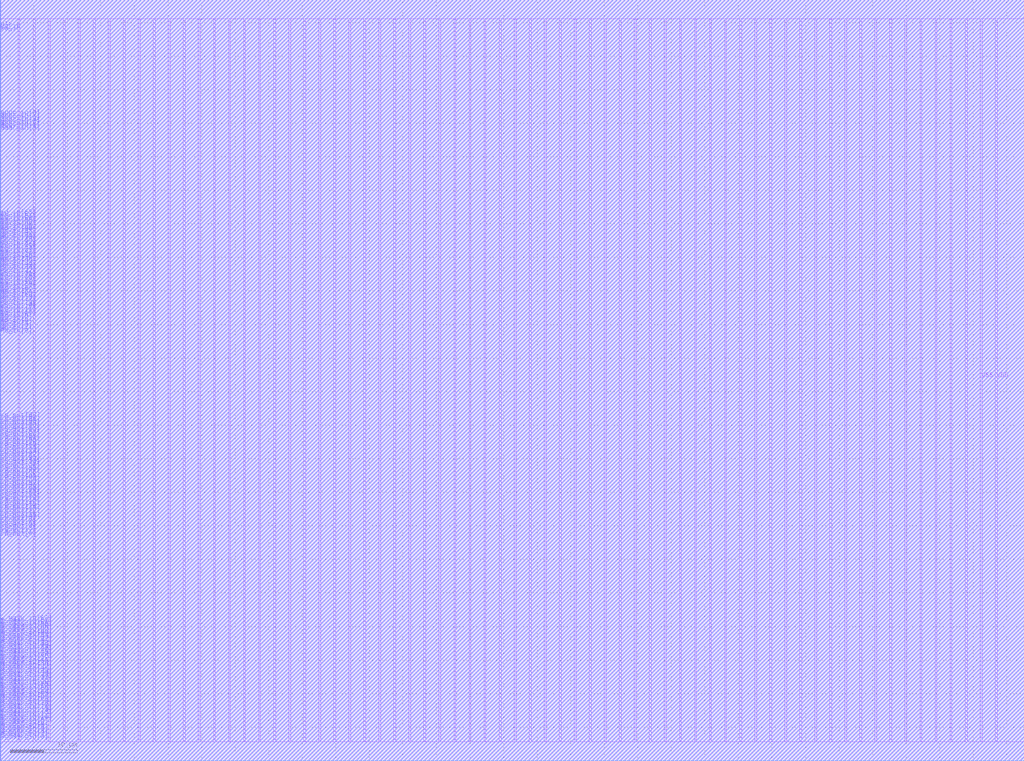
<source format=lef>
VERSION 5.7 ;
BUSBITCHARS "[]" ;
MACRO fakeram45_512x64_upper
  FOREIGN fakeram45_512x64_upper 0 0 ;
  SYMMETRY X Y R90 ;
  SIZE 152.570 BY 113.400 ;
  CLASS BLOCK ;
  PIN w_mask_in[0]
    DIRECTION INPUT ;
    USE SIGNAL ;
    SHAPE ABUTMENT ;
    PORT
      LAYER M18 ;
      RECT 0.000 2.800 0.070 2.870 ;
    END
  END w_mask_in[0]
  PIN w_mask_in[1]
    DIRECTION INPUT ;
    USE SIGNAL ;
    SHAPE ABUTMENT ;
    PORT
      LAYER M18 ;
      RECT 0.000 3.080 0.070 3.150 ;
    END
  END w_mask_in[1]
  PIN w_mask_in[2]
    DIRECTION INPUT ;
    USE SIGNAL ;
    SHAPE ABUTMENT ;
    PORT
      LAYER M18 ;
      RECT 0.000 3.360 0.070 3.430 ;
    END
  END w_mask_in[2]
  PIN w_mask_in[3]
    DIRECTION INPUT ;
    USE SIGNAL ;
    SHAPE ABUTMENT ;
    PORT
      LAYER M18 ;
      RECT 0.000 3.640 0.070 3.710 ;
    END
  END w_mask_in[3]
  PIN w_mask_in[4]
    DIRECTION INPUT ;
    USE SIGNAL ;
    SHAPE ABUTMENT ;
    PORT
      LAYER M18 ;
      RECT 0.000 3.920 0.070 3.990 ;
    END
  END w_mask_in[4]
  PIN w_mask_in[5]
    DIRECTION INPUT ;
    USE SIGNAL ;
    SHAPE ABUTMENT ;
    PORT
      LAYER M18 ;
      RECT 0.000 4.200 0.070 4.270 ;
    END
  END w_mask_in[5]
  PIN w_mask_in[6]
    DIRECTION INPUT ;
    USE SIGNAL ;
    SHAPE ABUTMENT ;
    PORT
      LAYER M18 ;
      RECT 0.000 4.480 0.070 4.550 ;
    END
  END w_mask_in[6]
  PIN w_mask_in[7]
    DIRECTION INPUT ;
    USE SIGNAL ;
    SHAPE ABUTMENT ;
    PORT
      LAYER M18 ;
      RECT 0.000 4.760 0.070 4.830 ;
    END
  END w_mask_in[7]
  PIN w_mask_in[8]
    DIRECTION INPUT ;
    USE SIGNAL ;
    SHAPE ABUTMENT ;
    PORT
      LAYER M18 ;
      RECT 0.000 5.040 0.070 5.110 ;
    END
  END w_mask_in[8]
  PIN w_mask_in[9]
    DIRECTION INPUT ;
    USE SIGNAL ;
    SHAPE ABUTMENT ;
    PORT
      LAYER M18 ;
      RECT 0.000 5.320 0.070 5.390 ;
    END
  END w_mask_in[9]
  PIN w_mask_in[10]
    DIRECTION INPUT ;
    USE SIGNAL ;
    SHAPE ABUTMENT ;
    PORT
      LAYER M18 ;
      RECT 0.000 5.600 0.070 5.670 ;
    END
  END w_mask_in[10]
  PIN w_mask_in[11]
    DIRECTION INPUT ;
    USE SIGNAL ;
    SHAPE ABUTMENT ;
    PORT
      LAYER M18 ;
      RECT 0.000 5.880 0.070 5.950 ;
    END
  END w_mask_in[11]
  PIN w_mask_in[12]
    DIRECTION INPUT ;
    USE SIGNAL ;
    SHAPE ABUTMENT ;
    PORT
      LAYER M18 ;
      RECT 0.000 6.160 0.070 6.230 ;
    END
  END w_mask_in[12]
  PIN w_mask_in[13]
    DIRECTION INPUT ;
    USE SIGNAL ;
    SHAPE ABUTMENT ;
    PORT
      LAYER M18 ;
      RECT 0.000 6.440 0.070 6.510 ;
    END
  END w_mask_in[13]
  PIN w_mask_in[14]
    DIRECTION INPUT ;
    USE SIGNAL ;
    SHAPE ABUTMENT ;
    PORT
      LAYER M18 ;
      RECT 0.000 6.720 0.070 6.790 ;
    END
  END w_mask_in[14]
  PIN w_mask_in[15]
    DIRECTION INPUT ;
    USE SIGNAL ;
    SHAPE ABUTMENT ;
    PORT
      LAYER M18 ;
      RECT 0.000 7.000 0.070 7.070 ;
    END
  END w_mask_in[15]
  PIN w_mask_in[16]
    DIRECTION INPUT ;
    USE SIGNAL ;
    SHAPE ABUTMENT ;
    PORT
      LAYER M18 ;
      RECT 0.000 7.280 0.070 7.350 ;
    END
  END w_mask_in[16]
  PIN w_mask_in[17]
    DIRECTION INPUT ;
    USE SIGNAL ;
    SHAPE ABUTMENT ;
    PORT
      LAYER M18 ;
      RECT 0.000 7.560 0.070 7.630 ;
    END
  END w_mask_in[17]
  PIN w_mask_in[18]
    DIRECTION INPUT ;
    USE SIGNAL ;
    SHAPE ABUTMENT ;
    PORT
      LAYER M18 ;
      RECT 0.000 7.840 0.070 7.910 ;
    END
  END w_mask_in[18]
  PIN w_mask_in[19]
    DIRECTION INPUT ;
    USE SIGNAL ;
    SHAPE ABUTMENT ;
    PORT
      LAYER M18 ;
      RECT 0.000 8.120 0.070 8.190 ;
    END
  END w_mask_in[19]
  PIN w_mask_in[20]
    DIRECTION INPUT ;
    USE SIGNAL ;
    SHAPE ABUTMENT ;
    PORT
      LAYER M18 ;
      RECT 0.000 8.400 0.070 8.470 ;
    END
  END w_mask_in[20]
  PIN w_mask_in[21]
    DIRECTION INPUT ;
    USE SIGNAL ;
    SHAPE ABUTMENT ;
    PORT
      LAYER M18 ;
      RECT 0.000 8.680 0.070 8.750 ;
    END
  END w_mask_in[21]
  PIN w_mask_in[22]
    DIRECTION INPUT ;
    USE SIGNAL ;
    SHAPE ABUTMENT ;
    PORT
      LAYER M18 ;
      RECT 0.000 8.960 0.070 9.030 ;
    END
  END w_mask_in[22]
  PIN w_mask_in[23]
    DIRECTION INPUT ;
    USE SIGNAL ;
    SHAPE ABUTMENT ;
    PORT
      LAYER M18 ;
      RECT 0.000 9.240 0.070 9.310 ;
    END
  END w_mask_in[23]
  PIN w_mask_in[24]
    DIRECTION INPUT ;
    USE SIGNAL ;
    SHAPE ABUTMENT ;
    PORT
      LAYER M18 ;
      RECT 0.000 9.520 0.070 9.590 ;
    END
  END w_mask_in[24]
  PIN w_mask_in[25]
    DIRECTION INPUT ;
    USE SIGNAL ;
    SHAPE ABUTMENT ;
    PORT
      LAYER M18 ;
      RECT 0.000 9.800 0.070 9.870 ;
    END
  END w_mask_in[25]
  PIN w_mask_in[26]
    DIRECTION INPUT ;
    USE SIGNAL ;
    SHAPE ABUTMENT ;
    PORT
      LAYER M18 ;
      RECT 0.000 10.080 0.070 10.150 ;
    END
  END w_mask_in[26]
  PIN w_mask_in[27]
    DIRECTION INPUT ;
    USE SIGNAL ;
    SHAPE ABUTMENT ;
    PORT
      LAYER M18 ;
      RECT 0.000 10.360 0.070 10.430 ;
    END
  END w_mask_in[27]
  PIN w_mask_in[28]
    DIRECTION INPUT ;
    USE SIGNAL ;
    SHAPE ABUTMENT ;
    PORT
      LAYER M18 ;
      RECT 0.000 10.640 0.070 10.710 ;
    END
  END w_mask_in[28]
  PIN w_mask_in[29]
    DIRECTION INPUT ;
    USE SIGNAL ;
    SHAPE ABUTMENT ;
    PORT
      LAYER M18 ;
      RECT 0.000 10.920 0.070 10.990 ;
    END
  END w_mask_in[29]
  PIN w_mask_in[30]
    DIRECTION INPUT ;
    USE SIGNAL ;
    SHAPE ABUTMENT ;
    PORT
      LAYER M18 ;
      RECT 0.000 11.200 0.070 11.270 ;
    END
  END w_mask_in[30]
  PIN w_mask_in[31]
    DIRECTION INPUT ;
    USE SIGNAL ;
    SHAPE ABUTMENT ;
    PORT
      LAYER M18 ;
      RECT 0.000 11.480 0.070 11.550 ;
    END
  END w_mask_in[31]
  PIN w_mask_in[32]
    DIRECTION INPUT ;
    USE SIGNAL ;
    SHAPE ABUTMENT ;
    PORT
      LAYER M18 ;
      RECT 0.000 11.760 0.070 11.830 ;
    END
  END w_mask_in[32]
  PIN w_mask_in[33]
    DIRECTION INPUT ;
    USE SIGNAL ;
    SHAPE ABUTMENT ;
    PORT
      LAYER M18 ;
      RECT 0.000 12.040 0.070 12.110 ;
    END
  END w_mask_in[33]
  PIN w_mask_in[34]
    DIRECTION INPUT ;
    USE SIGNAL ;
    SHAPE ABUTMENT ;
    PORT
      LAYER M18 ;
      RECT 0.000 12.320 0.070 12.390 ;
    END
  END w_mask_in[34]
  PIN w_mask_in[35]
    DIRECTION INPUT ;
    USE SIGNAL ;
    SHAPE ABUTMENT ;
    PORT
      LAYER M18 ;
      RECT 0.000 12.600 0.070 12.670 ;
    END
  END w_mask_in[35]
  PIN w_mask_in[36]
    DIRECTION INPUT ;
    USE SIGNAL ;
    SHAPE ABUTMENT ;
    PORT
      LAYER M18 ;
      RECT 0.000 12.880 0.070 12.950 ;
    END
  END w_mask_in[36]
  PIN w_mask_in[37]
    DIRECTION INPUT ;
    USE SIGNAL ;
    SHAPE ABUTMENT ;
    PORT
      LAYER M18 ;
      RECT 0.000 13.160 0.070 13.230 ;
    END
  END w_mask_in[37]
  PIN w_mask_in[38]
    DIRECTION INPUT ;
    USE SIGNAL ;
    SHAPE ABUTMENT ;
    PORT
      LAYER M18 ;
      RECT 0.000 13.440 0.070 13.510 ;
    END
  END w_mask_in[38]
  PIN w_mask_in[39]
    DIRECTION INPUT ;
    USE SIGNAL ;
    SHAPE ABUTMENT ;
    PORT
      LAYER M18 ;
      RECT 0.000 13.720 0.070 13.790 ;
    END
  END w_mask_in[39]
  PIN w_mask_in[40]
    DIRECTION INPUT ;
    USE SIGNAL ;
    SHAPE ABUTMENT ;
    PORT
      LAYER M18 ;
      RECT 0.000 14.000 0.070 14.070 ;
    END
  END w_mask_in[40]
  PIN w_mask_in[41]
    DIRECTION INPUT ;
    USE SIGNAL ;
    SHAPE ABUTMENT ;
    PORT
      LAYER M18 ;
      RECT 0.000 14.280 0.070 14.350 ;
    END
  END w_mask_in[41]
  PIN w_mask_in[42]
    DIRECTION INPUT ;
    USE SIGNAL ;
    SHAPE ABUTMENT ;
    PORT
      LAYER M18 ;
      RECT 0.000 14.560 0.070 14.630 ;
    END
  END w_mask_in[42]
  PIN w_mask_in[43]
    DIRECTION INPUT ;
    USE SIGNAL ;
    SHAPE ABUTMENT ;
    PORT
      LAYER M18 ;
      RECT 0.000 14.840 0.070 14.910 ;
    END
  END w_mask_in[43]
  PIN w_mask_in[44]
    DIRECTION INPUT ;
    USE SIGNAL ;
    SHAPE ABUTMENT ;
    PORT
      LAYER M18 ;
      RECT 0.000 15.120 0.070 15.190 ;
    END
  END w_mask_in[44]
  PIN w_mask_in[45]
    DIRECTION INPUT ;
    USE SIGNAL ;
    SHAPE ABUTMENT ;
    PORT
      LAYER M18 ;
      RECT 0.000 15.400 0.070 15.470 ;
    END
  END w_mask_in[45]
  PIN w_mask_in[46]
    DIRECTION INPUT ;
    USE SIGNAL ;
    SHAPE ABUTMENT ;
    PORT
      LAYER M18 ;
      RECT 0.000 15.680 0.070 15.750 ;
    END
  END w_mask_in[46]
  PIN w_mask_in[47]
    DIRECTION INPUT ;
    USE SIGNAL ;
    SHAPE ABUTMENT ;
    PORT
      LAYER M18 ;
      RECT 0.000 15.960 0.070 16.030 ;
    END
  END w_mask_in[47]
  PIN w_mask_in[48]
    DIRECTION INPUT ;
    USE SIGNAL ;
    SHAPE ABUTMENT ;
    PORT
      LAYER M18 ;
      RECT 0.000 16.240 0.070 16.310 ;
    END
  END w_mask_in[48]
  PIN w_mask_in[49]
    DIRECTION INPUT ;
    USE SIGNAL ;
    SHAPE ABUTMENT ;
    PORT
      LAYER M18 ;
      RECT 0.000 16.520 0.070 16.590 ;
    END
  END w_mask_in[49]
  PIN w_mask_in[50]
    DIRECTION INPUT ;
    USE SIGNAL ;
    SHAPE ABUTMENT ;
    PORT
      LAYER M18 ;
      RECT 0.000 16.800 0.070 16.870 ;
    END
  END w_mask_in[50]
  PIN w_mask_in[51]
    DIRECTION INPUT ;
    USE SIGNAL ;
    SHAPE ABUTMENT ;
    PORT
      LAYER M18 ;
      RECT 0.000 17.080 0.070 17.150 ;
    END
  END w_mask_in[51]
  PIN w_mask_in[52]
    DIRECTION INPUT ;
    USE SIGNAL ;
    SHAPE ABUTMENT ;
    PORT
      LAYER M18 ;
      RECT 0.000 17.360 0.070 17.430 ;
    END
  END w_mask_in[52]
  PIN w_mask_in[53]
    DIRECTION INPUT ;
    USE SIGNAL ;
    SHAPE ABUTMENT ;
    PORT
      LAYER M18 ;
      RECT 0.000 17.640 0.070 17.710 ;
    END
  END w_mask_in[53]
  PIN w_mask_in[54]
    DIRECTION INPUT ;
    USE SIGNAL ;
    SHAPE ABUTMENT ;
    PORT
      LAYER M18 ;
      RECT 0.000 17.920 0.070 17.990 ;
    END
  END w_mask_in[54]
  PIN w_mask_in[55]
    DIRECTION INPUT ;
    USE SIGNAL ;
    SHAPE ABUTMENT ;
    PORT
      LAYER M18 ;
      RECT 0.000 18.200 0.070 18.270 ;
    END
  END w_mask_in[55]
  PIN w_mask_in[56]
    DIRECTION INPUT ;
    USE SIGNAL ;
    SHAPE ABUTMENT ;
    PORT
      LAYER M18 ;
      RECT 0.000 18.480 0.070 18.550 ;
    END
  END w_mask_in[56]
  PIN w_mask_in[57]
    DIRECTION INPUT ;
    USE SIGNAL ;
    SHAPE ABUTMENT ;
    PORT
      LAYER M18 ;
      RECT 0.000 18.760 0.070 18.830 ;
    END
  END w_mask_in[57]
  PIN w_mask_in[58]
    DIRECTION INPUT ;
    USE SIGNAL ;
    SHAPE ABUTMENT ;
    PORT
      LAYER M18 ;
      RECT 0.000 19.040 0.070 19.110 ;
    END
  END w_mask_in[58]
  PIN w_mask_in[59]
    DIRECTION INPUT ;
    USE SIGNAL ;
    SHAPE ABUTMENT ;
    PORT
      LAYER M18 ;
      RECT 0.000 19.320 0.070 19.390 ;
    END
  END w_mask_in[59]
  PIN w_mask_in[60]
    DIRECTION INPUT ;
    USE SIGNAL ;
    SHAPE ABUTMENT ;
    PORT
      LAYER M18 ;
      RECT 0.000 19.600 0.070 19.670 ;
    END
  END w_mask_in[60]
  PIN w_mask_in[61]
    DIRECTION INPUT ;
    USE SIGNAL ;
    SHAPE ABUTMENT ;
    PORT
      LAYER M18 ;
      RECT 0.000 19.880 0.070 19.950 ;
    END
  END w_mask_in[61]
  PIN w_mask_in[62]
    DIRECTION INPUT ;
    USE SIGNAL ;
    SHAPE ABUTMENT ;
    PORT
      LAYER M18 ;
      RECT 0.000 20.160 0.070 20.230 ;
    END
  END w_mask_in[62]
  PIN w_mask_in[63]
    DIRECTION INPUT ;
    USE SIGNAL ;
    SHAPE ABUTMENT ;
    PORT
      LAYER M18 ;
      RECT 0.000 20.440 0.070 20.510 ;
    END
  END w_mask_in[63]
  PIN rd_out[0]
    DIRECTION OUTPUT ;
    USE SIGNAL ;
    SHAPE ABUTMENT ;
    PORT
      LAYER M18 ;
      RECT 0.000 33.040 0.070 33.110 ;
    END
  END rd_out[0]
  PIN rd_out[1]
    DIRECTION OUTPUT ;
    USE SIGNAL ;
    SHAPE ABUTMENT ;
    PORT
      LAYER M18 ;
      RECT 0.000 33.320 0.070 33.390 ;
    END
  END rd_out[1]
  PIN rd_out[2]
    DIRECTION OUTPUT ;
    USE SIGNAL ;
    SHAPE ABUTMENT ;
    PORT
      LAYER M18 ;
      RECT 0.000 33.600 0.070 33.670 ;
    END
  END rd_out[2]
  PIN rd_out[3]
    DIRECTION OUTPUT ;
    USE SIGNAL ;
    SHAPE ABUTMENT ;
    PORT
      LAYER M18 ;
      RECT 0.000 33.880 0.070 33.950 ;
    END
  END rd_out[3]
  PIN rd_out[4]
    DIRECTION OUTPUT ;
    USE SIGNAL ;
    SHAPE ABUTMENT ;
    PORT
      LAYER M18 ;
      RECT 0.000 34.160 0.070 34.230 ;
    END
  END rd_out[4]
  PIN rd_out[5]
    DIRECTION OUTPUT ;
    USE SIGNAL ;
    SHAPE ABUTMENT ;
    PORT
      LAYER M18 ;
      RECT 0.000 34.440 0.070 34.510 ;
    END
  END rd_out[5]
  PIN rd_out[6]
    DIRECTION OUTPUT ;
    USE SIGNAL ;
    SHAPE ABUTMENT ;
    PORT
      LAYER M18 ;
      RECT 0.000 34.720 0.070 34.790 ;
    END
  END rd_out[6]
  PIN rd_out[7]
    DIRECTION OUTPUT ;
    USE SIGNAL ;
    SHAPE ABUTMENT ;
    PORT
      LAYER M18 ;
      RECT 0.000 35.000 0.070 35.070 ;
    END
  END rd_out[7]
  PIN rd_out[8]
    DIRECTION OUTPUT ;
    USE SIGNAL ;
    SHAPE ABUTMENT ;
    PORT
      LAYER M18 ;
      RECT 0.000 35.280 0.070 35.350 ;
    END
  END rd_out[8]
  PIN rd_out[9]
    DIRECTION OUTPUT ;
    USE SIGNAL ;
    SHAPE ABUTMENT ;
    PORT
      LAYER M18 ;
      RECT 0.000 35.560 0.070 35.630 ;
    END
  END rd_out[9]
  PIN rd_out[10]
    DIRECTION OUTPUT ;
    USE SIGNAL ;
    SHAPE ABUTMENT ;
    PORT
      LAYER M18 ;
      RECT 0.000 35.840 0.070 35.910 ;
    END
  END rd_out[10]
  PIN rd_out[11]
    DIRECTION OUTPUT ;
    USE SIGNAL ;
    SHAPE ABUTMENT ;
    PORT
      LAYER M18 ;
      RECT 0.000 36.120 0.070 36.190 ;
    END
  END rd_out[11]
  PIN rd_out[12]
    DIRECTION OUTPUT ;
    USE SIGNAL ;
    SHAPE ABUTMENT ;
    PORT
      LAYER M18 ;
      RECT 0.000 36.400 0.070 36.470 ;
    END
  END rd_out[12]
  PIN rd_out[13]
    DIRECTION OUTPUT ;
    USE SIGNAL ;
    SHAPE ABUTMENT ;
    PORT
      LAYER M18 ;
      RECT 0.000 36.680 0.070 36.750 ;
    END
  END rd_out[13]
  PIN rd_out[14]
    DIRECTION OUTPUT ;
    USE SIGNAL ;
    SHAPE ABUTMENT ;
    PORT
      LAYER M18 ;
      RECT 0.000 36.960 0.070 37.030 ;
    END
  END rd_out[14]
  PIN rd_out[15]
    DIRECTION OUTPUT ;
    USE SIGNAL ;
    SHAPE ABUTMENT ;
    PORT
      LAYER M18 ;
      RECT 0.000 37.240 0.070 37.310 ;
    END
  END rd_out[15]
  PIN rd_out[16]
    DIRECTION OUTPUT ;
    USE SIGNAL ;
    SHAPE ABUTMENT ;
    PORT
      LAYER M18 ;
      RECT 0.000 37.520 0.070 37.590 ;
    END
  END rd_out[16]
  PIN rd_out[17]
    DIRECTION OUTPUT ;
    USE SIGNAL ;
    SHAPE ABUTMENT ;
    PORT
      LAYER M18 ;
      RECT 0.000 37.800 0.070 37.870 ;
    END
  END rd_out[17]
  PIN rd_out[18]
    DIRECTION OUTPUT ;
    USE SIGNAL ;
    SHAPE ABUTMENT ;
    PORT
      LAYER M18 ;
      RECT 0.000 38.080 0.070 38.150 ;
    END
  END rd_out[18]
  PIN rd_out[19]
    DIRECTION OUTPUT ;
    USE SIGNAL ;
    SHAPE ABUTMENT ;
    PORT
      LAYER M18 ;
      RECT 0.000 38.360 0.070 38.430 ;
    END
  END rd_out[19]
  PIN rd_out[20]
    DIRECTION OUTPUT ;
    USE SIGNAL ;
    SHAPE ABUTMENT ;
    PORT
      LAYER M18 ;
      RECT 0.000 38.640 0.070 38.710 ;
    END
  END rd_out[20]
  PIN rd_out[21]
    DIRECTION OUTPUT ;
    USE SIGNAL ;
    SHAPE ABUTMENT ;
    PORT
      LAYER M18 ;
      RECT 0.000 38.920 0.070 38.990 ;
    END
  END rd_out[21]
  PIN rd_out[22]
    DIRECTION OUTPUT ;
    USE SIGNAL ;
    SHAPE ABUTMENT ;
    PORT
      LAYER M18 ;
      RECT 0.000 39.200 0.070 39.270 ;
    END
  END rd_out[22]
  PIN rd_out[23]
    DIRECTION OUTPUT ;
    USE SIGNAL ;
    SHAPE ABUTMENT ;
    PORT
      LAYER M18 ;
      RECT 0.000 39.480 0.070 39.550 ;
    END
  END rd_out[23]
  PIN rd_out[24]
    DIRECTION OUTPUT ;
    USE SIGNAL ;
    SHAPE ABUTMENT ;
    PORT
      LAYER M18 ;
      RECT 0.000 39.760 0.070 39.830 ;
    END
  END rd_out[24]
  PIN rd_out[25]
    DIRECTION OUTPUT ;
    USE SIGNAL ;
    SHAPE ABUTMENT ;
    PORT
      LAYER M18 ;
      RECT 0.000 40.040 0.070 40.110 ;
    END
  END rd_out[25]
  PIN rd_out[26]
    DIRECTION OUTPUT ;
    USE SIGNAL ;
    SHAPE ABUTMENT ;
    PORT
      LAYER M18 ;
      RECT 0.000 40.320 0.070 40.390 ;
    END
  END rd_out[26]
  PIN rd_out[27]
    DIRECTION OUTPUT ;
    USE SIGNAL ;
    SHAPE ABUTMENT ;
    PORT
      LAYER M18 ;
      RECT 0.000 40.600 0.070 40.670 ;
    END
  END rd_out[27]
  PIN rd_out[28]
    DIRECTION OUTPUT ;
    USE SIGNAL ;
    SHAPE ABUTMENT ;
    PORT
      LAYER M18 ;
      RECT 0.000 40.880 0.070 40.950 ;
    END
  END rd_out[28]
  PIN rd_out[29]
    DIRECTION OUTPUT ;
    USE SIGNAL ;
    SHAPE ABUTMENT ;
    PORT
      LAYER M18 ;
      RECT 0.000 41.160 0.070 41.230 ;
    END
  END rd_out[29]
  PIN rd_out[30]
    DIRECTION OUTPUT ;
    USE SIGNAL ;
    SHAPE ABUTMENT ;
    PORT
      LAYER M18 ;
      RECT 0.000 41.440 0.070 41.510 ;
    END
  END rd_out[30]
  PIN rd_out[31]
    DIRECTION OUTPUT ;
    USE SIGNAL ;
    SHAPE ABUTMENT ;
    PORT
      LAYER M18 ;
      RECT 0.000 41.720 0.070 41.790 ;
    END
  END rd_out[31]
  PIN rd_out[32]
    DIRECTION OUTPUT ;
    USE SIGNAL ;
    SHAPE ABUTMENT ;
    PORT
      LAYER M18 ;
      RECT 0.000 42.000 0.070 42.070 ;
    END
  END rd_out[32]
  PIN rd_out[33]
    DIRECTION OUTPUT ;
    USE SIGNAL ;
    SHAPE ABUTMENT ;
    PORT
      LAYER M18 ;
      RECT 0.000 42.280 0.070 42.350 ;
    END
  END rd_out[33]
  PIN rd_out[34]
    DIRECTION OUTPUT ;
    USE SIGNAL ;
    SHAPE ABUTMENT ;
    PORT
      LAYER M18 ;
      RECT 0.000 42.560 0.070 42.630 ;
    END
  END rd_out[34]
  PIN rd_out[35]
    DIRECTION OUTPUT ;
    USE SIGNAL ;
    SHAPE ABUTMENT ;
    PORT
      LAYER M18 ;
      RECT 0.000 42.840 0.070 42.910 ;
    END
  END rd_out[35]
  PIN rd_out[36]
    DIRECTION OUTPUT ;
    USE SIGNAL ;
    SHAPE ABUTMENT ;
    PORT
      LAYER M18 ;
      RECT 0.000 43.120 0.070 43.190 ;
    END
  END rd_out[36]
  PIN rd_out[37]
    DIRECTION OUTPUT ;
    USE SIGNAL ;
    SHAPE ABUTMENT ;
    PORT
      LAYER M18 ;
      RECT 0.000 43.400 0.070 43.470 ;
    END
  END rd_out[37]
  PIN rd_out[38]
    DIRECTION OUTPUT ;
    USE SIGNAL ;
    SHAPE ABUTMENT ;
    PORT
      LAYER M18 ;
      RECT 0.000 43.680 0.070 43.750 ;
    END
  END rd_out[38]
  PIN rd_out[39]
    DIRECTION OUTPUT ;
    USE SIGNAL ;
    SHAPE ABUTMENT ;
    PORT
      LAYER M18 ;
      RECT 0.000 43.960 0.070 44.030 ;
    END
  END rd_out[39]
  PIN rd_out[40]
    DIRECTION OUTPUT ;
    USE SIGNAL ;
    SHAPE ABUTMENT ;
    PORT
      LAYER M18 ;
      RECT 0.000 44.240 0.070 44.310 ;
    END
  END rd_out[40]
  PIN rd_out[41]
    DIRECTION OUTPUT ;
    USE SIGNAL ;
    SHAPE ABUTMENT ;
    PORT
      LAYER M18 ;
      RECT 0.000 44.520 0.070 44.590 ;
    END
  END rd_out[41]
  PIN rd_out[42]
    DIRECTION OUTPUT ;
    USE SIGNAL ;
    SHAPE ABUTMENT ;
    PORT
      LAYER M18 ;
      RECT 0.000 44.800 0.070 44.870 ;
    END
  END rd_out[42]
  PIN rd_out[43]
    DIRECTION OUTPUT ;
    USE SIGNAL ;
    SHAPE ABUTMENT ;
    PORT
      LAYER M18 ;
      RECT 0.000 45.080 0.070 45.150 ;
    END
  END rd_out[43]
  PIN rd_out[44]
    DIRECTION OUTPUT ;
    USE SIGNAL ;
    SHAPE ABUTMENT ;
    PORT
      LAYER M18 ;
      RECT 0.000 45.360 0.070 45.430 ;
    END
  END rd_out[44]
  PIN rd_out[45]
    DIRECTION OUTPUT ;
    USE SIGNAL ;
    SHAPE ABUTMENT ;
    PORT
      LAYER M18 ;
      RECT 0.000 45.640 0.070 45.710 ;
    END
  END rd_out[45]
  PIN rd_out[46]
    DIRECTION OUTPUT ;
    USE SIGNAL ;
    SHAPE ABUTMENT ;
    PORT
      LAYER M18 ;
      RECT 0.000 45.920 0.070 45.990 ;
    END
  END rd_out[46]
  PIN rd_out[47]
    DIRECTION OUTPUT ;
    USE SIGNAL ;
    SHAPE ABUTMENT ;
    PORT
      LAYER M18 ;
      RECT 0.000 46.200 0.070 46.270 ;
    END
  END rd_out[47]
  PIN rd_out[48]
    DIRECTION OUTPUT ;
    USE SIGNAL ;
    SHAPE ABUTMENT ;
    PORT
      LAYER M18 ;
      RECT 0.000 46.480 0.070 46.550 ;
    END
  END rd_out[48]
  PIN rd_out[49]
    DIRECTION OUTPUT ;
    USE SIGNAL ;
    SHAPE ABUTMENT ;
    PORT
      LAYER M18 ;
      RECT 0.000 46.760 0.070 46.830 ;
    END
  END rd_out[49]
  PIN rd_out[50]
    DIRECTION OUTPUT ;
    USE SIGNAL ;
    SHAPE ABUTMENT ;
    PORT
      LAYER M18 ;
      RECT 0.000 47.040 0.070 47.110 ;
    END
  END rd_out[50]
  PIN rd_out[51]
    DIRECTION OUTPUT ;
    USE SIGNAL ;
    SHAPE ABUTMENT ;
    PORT
      LAYER M18 ;
      RECT 0.000 47.320 0.070 47.390 ;
    END
  END rd_out[51]
  PIN rd_out[52]
    DIRECTION OUTPUT ;
    USE SIGNAL ;
    SHAPE ABUTMENT ;
    PORT
      LAYER M18 ;
      RECT 0.000 47.600 0.070 47.670 ;
    END
  END rd_out[52]
  PIN rd_out[53]
    DIRECTION OUTPUT ;
    USE SIGNAL ;
    SHAPE ABUTMENT ;
    PORT
      LAYER M18 ;
      RECT 0.000 47.880 0.070 47.950 ;
    END
  END rd_out[53]
  PIN rd_out[54]
    DIRECTION OUTPUT ;
    USE SIGNAL ;
    SHAPE ABUTMENT ;
    PORT
      LAYER M18 ;
      RECT 0.000 48.160 0.070 48.230 ;
    END
  END rd_out[54]
  PIN rd_out[55]
    DIRECTION OUTPUT ;
    USE SIGNAL ;
    SHAPE ABUTMENT ;
    PORT
      LAYER M18 ;
      RECT 0.000 48.440 0.070 48.510 ;
    END
  END rd_out[55]
  PIN rd_out[56]
    DIRECTION OUTPUT ;
    USE SIGNAL ;
    SHAPE ABUTMENT ;
    PORT
      LAYER M18 ;
      RECT 0.000 48.720 0.070 48.790 ;
    END
  END rd_out[56]
  PIN rd_out[57]
    DIRECTION OUTPUT ;
    USE SIGNAL ;
    SHAPE ABUTMENT ;
    PORT
      LAYER M18 ;
      RECT 0.000 49.000 0.070 49.070 ;
    END
  END rd_out[57]
  PIN rd_out[58]
    DIRECTION OUTPUT ;
    USE SIGNAL ;
    SHAPE ABUTMENT ;
    PORT
      LAYER M18 ;
      RECT 0.000 49.280 0.070 49.350 ;
    END
  END rd_out[58]
  PIN rd_out[59]
    DIRECTION OUTPUT ;
    USE SIGNAL ;
    SHAPE ABUTMENT ;
    PORT
      LAYER M18 ;
      RECT 0.000 49.560 0.070 49.630 ;
    END
  END rd_out[59]
  PIN rd_out[60]
    DIRECTION OUTPUT ;
    USE SIGNAL ;
    SHAPE ABUTMENT ;
    PORT
      LAYER M18 ;
      RECT 0.000 49.840 0.070 49.910 ;
    END
  END rd_out[60]
  PIN rd_out[61]
    DIRECTION OUTPUT ;
    USE SIGNAL ;
    SHAPE ABUTMENT ;
    PORT
      LAYER M18 ;
      RECT 0.000 50.120 0.070 50.190 ;
    END
  END rd_out[61]
  PIN rd_out[62]
    DIRECTION OUTPUT ;
    USE SIGNAL ;
    SHAPE ABUTMENT ;
    PORT
      LAYER M18 ;
      RECT 0.000 50.400 0.070 50.470 ;
    END
  END rd_out[62]
  PIN rd_out[63]
    DIRECTION OUTPUT ;
    USE SIGNAL ;
    SHAPE ABUTMENT ;
    PORT
      LAYER M18 ;
      RECT 0.000 50.680 0.070 50.750 ;
    END
  END rd_out[63]
  PIN wd_in[0]
    DIRECTION INPUT ;
    USE SIGNAL ;
    SHAPE ABUTMENT ;
    PORT
      LAYER M18 ;
      RECT 0.000 63.280 0.070 63.350 ;
    END
  END wd_in[0]
  PIN wd_in[1]
    DIRECTION INPUT ;
    USE SIGNAL ;
    SHAPE ABUTMENT ;
    PORT
      LAYER M18 ;
      RECT 0.000 63.560 0.070 63.630 ;
    END
  END wd_in[1]
  PIN wd_in[2]
    DIRECTION INPUT ;
    USE SIGNAL ;
    SHAPE ABUTMENT ;
    PORT
      LAYER M18 ;
      RECT 0.000 63.840 0.070 63.910 ;
    END
  END wd_in[2]
  PIN wd_in[3]
    DIRECTION INPUT ;
    USE SIGNAL ;
    SHAPE ABUTMENT ;
    PORT
      LAYER M18 ;
      RECT 0.000 64.120 0.070 64.190 ;
    END
  END wd_in[3]
  PIN wd_in[4]
    DIRECTION INPUT ;
    USE SIGNAL ;
    SHAPE ABUTMENT ;
    PORT
      LAYER M18 ;
      RECT 0.000 64.400 0.070 64.470 ;
    END
  END wd_in[4]
  PIN wd_in[5]
    DIRECTION INPUT ;
    USE SIGNAL ;
    SHAPE ABUTMENT ;
    PORT
      LAYER M18 ;
      RECT 0.000 64.680 0.070 64.750 ;
    END
  END wd_in[5]
  PIN wd_in[6]
    DIRECTION INPUT ;
    USE SIGNAL ;
    SHAPE ABUTMENT ;
    PORT
      LAYER M18 ;
      RECT 0.000 64.960 0.070 65.030 ;
    END
  END wd_in[6]
  PIN wd_in[7]
    DIRECTION INPUT ;
    USE SIGNAL ;
    SHAPE ABUTMENT ;
    PORT
      LAYER M18 ;
      RECT 0.000 65.240 0.070 65.310 ;
    END
  END wd_in[7]
  PIN wd_in[8]
    DIRECTION INPUT ;
    USE SIGNAL ;
    SHAPE ABUTMENT ;
    PORT
      LAYER M18 ;
      RECT 0.000 65.520 0.070 65.590 ;
    END
  END wd_in[8]
  PIN wd_in[9]
    DIRECTION INPUT ;
    USE SIGNAL ;
    SHAPE ABUTMENT ;
    PORT
      LAYER M18 ;
      RECT 0.000 65.800 0.070 65.870 ;
    END
  END wd_in[9]
  PIN wd_in[10]
    DIRECTION INPUT ;
    USE SIGNAL ;
    SHAPE ABUTMENT ;
    PORT
      LAYER M18 ;
      RECT 0.000 66.080 0.070 66.150 ;
    END
  END wd_in[10]
  PIN wd_in[11]
    DIRECTION INPUT ;
    USE SIGNAL ;
    SHAPE ABUTMENT ;
    PORT
      LAYER M18 ;
      RECT 0.000 66.360 0.070 66.430 ;
    END
  END wd_in[11]
  PIN wd_in[12]
    DIRECTION INPUT ;
    USE SIGNAL ;
    SHAPE ABUTMENT ;
    PORT
      LAYER M18 ;
      RECT 0.000 66.640 0.070 66.710 ;
    END
  END wd_in[12]
  PIN wd_in[13]
    DIRECTION INPUT ;
    USE SIGNAL ;
    SHAPE ABUTMENT ;
    PORT
      LAYER M18 ;
      RECT 0.000 66.920 0.070 66.990 ;
    END
  END wd_in[13]
  PIN wd_in[14]
    DIRECTION INPUT ;
    USE SIGNAL ;
    SHAPE ABUTMENT ;
    PORT
      LAYER M18 ;
      RECT 0.000 67.200 0.070 67.270 ;
    END
  END wd_in[14]
  PIN wd_in[15]
    DIRECTION INPUT ;
    USE SIGNAL ;
    SHAPE ABUTMENT ;
    PORT
      LAYER M18 ;
      RECT 0.000 67.480 0.070 67.550 ;
    END
  END wd_in[15]
  PIN wd_in[16]
    DIRECTION INPUT ;
    USE SIGNAL ;
    SHAPE ABUTMENT ;
    PORT
      LAYER M18 ;
      RECT 0.000 67.760 0.070 67.830 ;
    END
  END wd_in[16]
  PIN wd_in[17]
    DIRECTION INPUT ;
    USE SIGNAL ;
    SHAPE ABUTMENT ;
    PORT
      LAYER M18 ;
      RECT 0.000 68.040 0.070 68.110 ;
    END
  END wd_in[17]
  PIN wd_in[18]
    DIRECTION INPUT ;
    USE SIGNAL ;
    SHAPE ABUTMENT ;
    PORT
      LAYER M18 ;
      RECT 0.000 68.320 0.070 68.390 ;
    END
  END wd_in[18]
  PIN wd_in[19]
    DIRECTION INPUT ;
    USE SIGNAL ;
    SHAPE ABUTMENT ;
    PORT
      LAYER M18 ;
      RECT 0.000 68.600 0.070 68.670 ;
    END
  END wd_in[19]
  PIN wd_in[20]
    DIRECTION INPUT ;
    USE SIGNAL ;
    SHAPE ABUTMENT ;
    PORT
      LAYER M18 ;
      RECT 0.000 68.880 0.070 68.950 ;
    END
  END wd_in[20]
  PIN wd_in[21]
    DIRECTION INPUT ;
    USE SIGNAL ;
    SHAPE ABUTMENT ;
    PORT
      LAYER M18 ;
      RECT 0.000 69.160 0.070 69.230 ;
    END
  END wd_in[21]
  PIN wd_in[22]
    DIRECTION INPUT ;
    USE SIGNAL ;
    SHAPE ABUTMENT ;
    PORT
      LAYER M18 ;
      RECT 0.000 69.440 0.070 69.510 ;
    END
  END wd_in[22]
  PIN wd_in[23]
    DIRECTION INPUT ;
    USE SIGNAL ;
    SHAPE ABUTMENT ;
    PORT
      LAYER M18 ;
      RECT 0.000 69.720 0.070 69.790 ;
    END
  END wd_in[23]
  PIN wd_in[24]
    DIRECTION INPUT ;
    USE SIGNAL ;
    SHAPE ABUTMENT ;
    PORT
      LAYER M18 ;
      RECT 0.000 70.000 0.070 70.070 ;
    END
  END wd_in[24]
  PIN wd_in[25]
    DIRECTION INPUT ;
    USE SIGNAL ;
    SHAPE ABUTMENT ;
    PORT
      LAYER M18 ;
      RECT 0.000 70.280 0.070 70.350 ;
    END
  END wd_in[25]
  PIN wd_in[26]
    DIRECTION INPUT ;
    USE SIGNAL ;
    SHAPE ABUTMENT ;
    PORT
      LAYER M18 ;
      RECT 0.000 70.560 0.070 70.630 ;
    END
  END wd_in[26]
  PIN wd_in[27]
    DIRECTION INPUT ;
    USE SIGNAL ;
    SHAPE ABUTMENT ;
    PORT
      LAYER M18 ;
      RECT 0.000 70.840 0.070 70.910 ;
    END
  END wd_in[27]
  PIN wd_in[28]
    DIRECTION INPUT ;
    USE SIGNAL ;
    SHAPE ABUTMENT ;
    PORT
      LAYER M18 ;
      RECT 0.000 71.120 0.070 71.190 ;
    END
  END wd_in[28]
  PIN wd_in[29]
    DIRECTION INPUT ;
    USE SIGNAL ;
    SHAPE ABUTMENT ;
    PORT
      LAYER M18 ;
      RECT 0.000 71.400 0.070 71.470 ;
    END
  END wd_in[29]
  PIN wd_in[30]
    DIRECTION INPUT ;
    USE SIGNAL ;
    SHAPE ABUTMENT ;
    PORT
      LAYER M18 ;
      RECT 0.000 71.680 0.070 71.750 ;
    END
  END wd_in[30]
  PIN wd_in[31]
    DIRECTION INPUT ;
    USE SIGNAL ;
    SHAPE ABUTMENT ;
    PORT
      LAYER M18 ;
      RECT 0.000 71.960 0.070 72.030 ;
    END
  END wd_in[31]
  PIN wd_in[32]
    DIRECTION INPUT ;
    USE SIGNAL ;
    SHAPE ABUTMENT ;
    PORT
      LAYER M18 ;
      RECT 0.000 72.240 0.070 72.310 ;
    END
  END wd_in[32]
  PIN wd_in[33]
    DIRECTION INPUT ;
    USE SIGNAL ;
    SHAPE ABUTMENT ;
    PORT
      LAYER M18 ;
      RECT 0.000 72.520 0.070 72.590 ;
    END
  END wd_in[33]
  PIN wd_in[34]
    DIRECTION INPUT ;
    USE SIGNAL ;
    SHAPE ABUTMENT ;
    PORT
      LAYER M18 ;
      RECT 0.000 72.800 0.070 72.870 ;
    END
  END wd_in[34]
  PIN wd_in[35]
    DIRECTION INPUT ;
    USE SIGNAL ;
    SHAPE ABUTMENT ;
    PORT
      LAYER M18 ;
      RECT 0.000 73.080 0.070 73.150 ;
    END
  END wd_in[35]
  PIN wd_in[36]
    DIRECTION INPUT ;
    USE SIGNAL ;
    SHAPE ABUTMENT ;
    PORT
      LAYER M18 ;
      RECT 0.000 73.360 0.070 73.430 ;
    END
  END wd_in[36]
  PIN wd_in[37]
    DIRECTION INPUT ;
    USE SIGNAL ;
    SHAPE ABUTMENT ;
    PORT
      LAYER M18 ;
      RECT 0.000 73.640 0.070 73.710 ;
    END
  END wd_in[37]
  PIN wd_in[38]
    DIRECTION INPUT ;
    USE SIGNAL ;
    SHAPE ABUTMENT ;
    PORT
      LAYER M18 ;
      RECT 0.000 73.920 0.070 73.990 ;
    END
  END wd_in[38]
  PIN wd_in[39]
    DIRECTION INPUT ;
    USE SIGNAL ;
    SHAPE ABUTMENT ;
    PORT
      LAYER M18 ;
      RECT 0.000 74.200 0.070 74.270 ;
    END
  END wd_in[39]
  PIN wd_in[40]
    DIRECTION INPUT ;
    USE SIGNAL ;
    SHAPE ABUTMENT ;
    PORT
      LAYER M18 ;
      RECT 0.000 74.480 0.070 74.550 ;
    END
  END wd_in[40]
  PIN wd_in[41]
    DIRECTION INPUT ;
    USE SIGNAL ;
    SHAPE ABUTMENT ;
    PORT
      LAYER M18 ;
      RECT 0.000 74.760 0.070 74.830 ;
    END
  END wd_in[41]
  PIN wd_in[42]
    DIRECTION INPUT ;
    USE SIGNAL ;
    SHAPE ABUTMENT ;
    PORT
      LAYER M18 ;
      RECT 0.000 75.040 0.070 75.110 ;
    END
  END wd_in[42]
  PIN wd_in[43]
    DIRECTION INPUT ;
    USE SIGNAL ;
    SHAPE ABUTMENT ;
    PORT
      LAYER M18 ;
      RECT 0.000 75.320 0.070 75.390 ;
    END
  END wd_in[43]
  PIN wd_in[44]
    DIRECTION INPUT ;
    USE SIGNAL ;
    SHAPE ABUTMENT ;
    PORT
      LAYER M18 ;
      RECT 0.000 75.600 0.070 75.670 ;
    END
  END wd_in[44]
  PIN wd_in[45]
    DIRECTION INPUT ;
    USE SIGNAL ;
    SHAPE ABUTMENT ;
    PORT
      LAYER M18 ;
      RECT 0.000 75.880 0.070 75.950 ;
    END
  END wd_in[45]
  PIN wd_in[46]
    DIRECTION INPUT ;
    USE SIGNAL ;
    SHAPE ABUTMENT ;
    PORT
      LAYER M18 ;
      RECT 0.000 76.160 0.070 76.230 ;
    END
  END wd_in[46]
  PIN wd_in[47]
    DIRECTION INPUT ;
    USE SIGNAL ;
    SHAPE ABUTMENT ;
    PORT
      LAYER M18 ;
      RECT 0.000 76.440 0.070 76.510 ;
    END
  END wd_in[47]
  PIN wd_in[48]
    DIRECTION INPUT ;
    USE SIGNAL ;
    SHAPE ABUTMENT ;
    PORT
      LAYER M18 ;
      RECT 0.000 76.720 0.070 76.790 ;
    END
  END wd_in[48]
  PIN wd_in[49]
    DIRECTION INPUT ;
    USE SIGNAL ;
    SHAPE ABUTMENT ;
    PORT
      LAYER M18 ;
      RECT 0.000 77.000 0.070 77.070 ;
    END
  END wd_in[49]
  PIN wd_in[50]
    DIRECTION INPUT ;
    USE SIGNAL ;
    SHAPE ABUTMENT ;
    PORT
      LAYER M18 ;
      RECT 0.000 77.280 0.070 77.350 ;
    END
  END wd_in[50]
  PIN wd_in[51]
    DIRECTION INPUT ;
    USE SIGNAL ;
    SHAPE ABUTMENT ;
    PORT
      LAYER M18 ;
      RECT 0.000 77.560 0.070 77.630 ;
    END
  END wd_in[51]
  PIN wd_in[52]
    DIRECTION INPUT ;
    USE SIGNAL ;
    SHAPE ABUTMENT ;
    PORT
      LAYER M18 ;
      RECT 0.000 77.840 0.070 77.910 ;
    END
  END wd_in[52]
  PIN wd_in[53]
    DIRECTION INPUT ;
    USE SIGNAL ;
    SHAPE ABUTMENT ;
    PORT
      LAYER M18 ;
      RECT 0.000 78.120 0.070 78.190 ;
    END
  END wd_in[53]
  PIN wd_in[54]
    DIRECTION INPUT ;
    USE SIGNAL ;
    SHAPE ABUTMENT ;
    PORT
      LAYER M18 ;
      RECT 0.000 78.400 0.070 78.470 ;
    END
  END wd_in[54]
  PIN wd_in[55]
    DIRECTION INPUT ;
    USE SIGNAL ;
    SHAPE ABUTMENT ;
    PORT
      LAYER M18 ;
      RECT 0.000 78.680 0.070 78.750 ;
    END
  END wd_in[55]
  PIN wd_in[56]
    DIRECTION INPUT ;
    USE SIGNAL ;
    SHAPE ABUTMENT ;
    PORT
      LAYER M18 ;
      RECT 0.000 78.960 0.070 79.030 ;
    END
  END wd_in[56]
  PIN wd_in[57]
    DIRECTION INPUT ;
    USE SIGNAL ;
    SHAPE ABUTMENT ;
    PORT
      LAYER M18 ;
      RECT 0.000 79.240 0.070 79.310 ;
    END
  END wd_in[57]
  PIN wd_in[58]
    DIRECTION INPUT ;
    USE SIGNAL ;
    SHAPE ABUTMENT ;
    PORT
      LAYER M18 ;
      RECT 0.000 79.520 0.070 79.590 ;
    END
  END wd_in[58]
  PIN wd_in[59]
    DIRECTION INPUT ;
    USE SIGNAL ;
    SHAPE ABUTMENT ;
    PORT
      LAYER M18 ;
      RECT 0.000 79.800 0.070 79.870 ;
    END
  END wd_in[59]
  PIN wd_in[60]
    DIRECTION INPUT ;
    USE SIGNAL ;
    SHAPE ABUTMENT ;
    PORT
      LAYER M18 ;
      RECT 0.000 80.080 0.070 80.150 ;
    END
  END wd_in[60]
  PIN wd_in[61]
    DIRECTION INPUT ;
    USE SIGNAL ;
    SHAPE ABUTMENT ;
    PORT
      LAYER M18 ;
      RECT 0.000 80.360 0.070 80.430 ;
    END
  END wd_in[61]
  PIN wd_in[62]
    DIRECTION INPUT ;
    USE SIGNAL ;
    SHAPE ABUTMENT ;
    PORT
      LAYER M18 ;
      RECT 0.000 80.640 0.070 80.710 ;
    END
  END wd_in[62]
  PIN wd_in[63]
    DIRECTION INPUT ;
    USE SIGNAL ;
    SHAPE ABUTMENT ;
    PORT
      LAYER M18 ;
      RECT 0.000 80.920 0.070 80.990 ;
    END
  END wd_in[63]
  PIN addr_in[0]
    DIRECTION INPUT ;
    USE SIGNAL ;
    SHAPE ABUTMENT ;
    PORT
      LAYER M18 ;
      RECT 0.000 93.520 0.070 93.590 ;
    END
  END addr_in[0]
  PIN addr_in[1]
    DIRECTION INPUT ;
    USE SIGNAL ;
    SHAPE ABUTMENT ;
    PORT
      LAYER M18 ;
      RECT 0.000 93.800 0.070 93.870 ;
    END
  END addr_in[1]
  PIN addr_in[2]
    DIRECTION INPUT ;
    USE SIGNAL ;
    SHAPE ABUTMENT ;
    PORT
      LAYER M18 ;
      RECT 0.000 94.080 0.070 94.150 ;
    END
  END addr_in[2]
  PIN addr_in[3]
    DIRECTION INPUT ;
    USE SIGNAL ;
    SHAPE ABUTMENT ;
    PORT
      LAYER M18 ;
      RECT 0.000 94.360 0.070 94.430 ;
    END
  END addr_in[3]
  PIN addr_in[4]
    DIRECTION INPUT ;
    USE SIGNAL ;
    SHAPE ABUTMENT ;
    PORT
      LAYER M18 ;
      RECT 0.000 94.640 0.070 94.710 ;
    END
  END addr_in[4]
  PIN addr_in[5]
    DIRECTION INPUT ;
    USE SIGNAL ;
    SHAPE ABUTMENT ;
    PORT
      LAYER M18 ;
      RECT 0.000 94.920 0.070 94.990 ;
    END
  END addr_in[5]
  PIN addr_in[6]
    DIRECTION INPUT ;
    USE SIGNAL ;
    SHAPE ABUTMENT ;
    PORT
      LAYER M18 ;
      RECT 0.000 95.200 0.070 95.270 ;
    END
  END addr_in[6]
  PIN addr_in[7]
    DIRECTION INPUT ;
    USE SIGNAL ;
    SHAPE ABUTMENT ;
    PORT
      LAYER M18 ;
      RECT 0.000 95.480 0.070 95.550 ;
    END
  END addr_in[7]
  PIN addr_in[8]
    DIRECTION INPUT ;
    USE SIGNAL ;
    SHAPE ABUTMENT ;
    PORT
      LAYER M18 ;
      RECT 0.000 95.760 0.070 95.830 ;
    END
  END addr_in[8]
  PIN we_in
    DIRECTION INPUT ;
    USE SIGNAL ;
    SHAPE ABUTMENT ;
    PORT
      LAYER M18 ;
      RECT 0.000 108.360 0.070 108.430 ;
    END
  END we_in
  PIN ce_in
    DIRECTION INPUT ;
    USE SIGNAL ;
    SHAPE ABUTMENT ;
    PORT
      LAYER M18 ;
      RECT 0.000 108.640 0.070 108.710 ;
    END
  END ce_in
  PIN clk
    DIRECTION INPUT ;
    USE SIGNAL ;
    SHAPE ABUTMENT ;
    PORT
      LAYER M18 ;
      RECT 0.000 108.920 0.070 108.990 ;
    END
  END clk
  PIN VSS
    DIRECTION INOUT ;
    USE GROUND ;
    PORT
      LAYER M17 ;
      RECT 2.660 2.800 2.940 110.600 ;
      RECT 7.140 2.800 7.420 110.600 ;
      RECT 11.620 2.800 11.900 110.600 ;
      RECT 16.100 2.800 16.380 110.600 ;
      RECT 20.580 2.800 20.860 110.600 ;
      RECT 25.060 2.800 25.340 110.600 ;
      RECT 29.540 2.800 29.820 110.600 ;
      RECT 34.020 2.800 34.300 110.600 ;
      RECT 38.500 2.800 38.780 110.600 ;
      RECT 42.980 2.800 43.260 110.600 ;
      RECT 47.460 2.800 47.740 110.600 ;
      RECT 51.940 2.800 52.220 110.600 ;
      RECT 56.420 2.800 56.700 110.600 ;
      RECT 60.900 2.800 61.180 110.600 ;
      RECT 65.380 2.800 65.660 110.600 ;
      RECT 69.860 2.800 70.140 110.600 ;
      RECT 74.340 2.800 74.620 110.600 ;
      RECT 78.820 2.800 79.100 110.600 ;
      RECT 83.300 2.800 83.580 110.600 ;
      RECT 87.780 2.800 88.060 110.600 ;
      RECT 92.260 2.800 92.540 110.600 ;
      RECT 96.740 2.800 97.020 110.600 ;
      RECT 101.220 2.800 101.500 110.600 ;
      RECT 105.700 2.800 105.980 110.600 ;
      RECT 110.180 2.800 110.460 110.600 ;
      RECT 114.660 2.800 114.940 110.600 ;
      RECT 119.140 2.800 119.420 110.600 ;
      RECT 123.620 2.800 123.900 110.600 ;
      RECT 128.100 2.800 128.380 110.600 ;
      RECT 132.580 2.800 132.860 110.600 ;
      RECT 137.060 2.800 137.340 110.600 ;
      RECT 141.540 2.800 141.820 110.600 ;
      RECT 146.020 2.800 146.300 110.600 ;
    END
  END VSS
  PIN VDD
    DIRECTION INOUT ;
    USE POWER ;
    PORT
      LAYER M17 ;
      RECT 4.900 2.800 5.180 110.600 ;
      RECT 9.380 2.800 9.660 110.600 ;
      RECT 13.860 2.800 14.140 110.600 ;
      RECT 18.340 2.800 18.620 110.600 ;
      RECT 22.820 2.800 23.100 110.600 ;
      RECT 27.300 2.800 27.580 110.600 ;
      RECT 31.780 2.800 32.060 110.600 ;
      RECT 36.260 2.800 36.540 110.600 ;
      RECT 40.740 2.800 41.020 110.600 ;
      RECT 45.220 2.800 45.500 110.600 ;
      RECT 49.700 2.800 49.980 110.600 ;
      RECT 54.180 2.800 54.460 110.600 ;
      RECT 58.660 2.800 58.940 110.600 ;
      RECT 63.140 2.800 63.420 110.600 ;
      RECT 67.620 2.800 67.900 110.600 ;
      RECT 72.100 2.800 72.380 110.600 ;
      RECT 76.580 2.800 76.860 110.600 ;
      RECT 81.060 2.800 81.340 110.600 ;
      RECT 85.540 2.800 85.820 110.600 ;
      RECT 90.020 2.800 90.300 110.600 ;
      RECT 94.500 2.800 94.780 110.600 ;
      RECT 98.980 2.800 99.260 110.600 ;
      RECT 103.460 2.800 103.740 110.600 ;
      RECT 107.940 2.800 108.220 110.600 ;
      RECT 112.420 2.800 112.700 110.600 ;
      RECT 116.900 2.800 117.180 110.600 ;
      RECT 121.380 2.800 121.660 110.600 ;
      RECT 125.860 2.800 126.140 110.600 ;
      RECT 130.340 2.800 130.620 110.600 ;
      RECT 134.820 2.800 135.100 110.600 ;
      RECT 139.300 2.800 139.580 110.600 ;
      RECT 143.780 2.800 144.060 110.600 ;
      RECT 148.260 2.800 148.540 110.600 ;
    END
  END VDD
  OBS
    LAYER M20 ;
    RECT 0 0 152.570 113.400 ;
    LAYER M19 ;
    RECT 0 0 152.570 113.400 ;
    LAYER M18 ;
    RECT 0.070 0 152.570 113.400 ;
    RECT 0 0.000 0.070 2.800 ;
    RECT 0 2.870 0.070 3.080 ;
    RECT 0 3.150 0.070 3.360 ;
    RECT 0 3.430 0.070 3.640 ;
    RECT 0 3.710 0.070 3.920 ;
    RECT 0 3.990 0.070 4.200 ;
    RECT 0 4.270 0.070 4.480 ;
    RECT 0 4.550 0.070 4.760 ;
    RECT 0 4.830 0.070 5.040 ;
    RECT 0 5.110 0.070 5.320 ;
    RECT 0 5.390 0.070 5.600 ;
    RECT 0 5.670 0.070 5.880 ;
    RECT 0 5.950 0.070 6.160 ;
    RECT 0 6.230 0.070 6.440 ;
    RECT 0 6.510 0.070 6.720 ;
    RECT 0 6.790 0.070 7.000 ;
    RECT 0 7.070 0.070 7.280 ;
    RECT 0 7.350 0.070 7.560 ;
    RECT 0 7.630 0.070 7.840 ;
    RECT 0 7.910 0.070 8.120 ;
    RECT 0 8.190 0.070 8.400 ;
    RECT 0 8.470 0.070 8.680 ;
    RECT 0 8.750 0.070 8.960 ;
    RECT 0 9.030 0.070 9.240 ;
    RECT 0 9.310 0.070 9.520 ;
    RECT 0 9.590 0.070 9.800 ;
    RECT 0 9.870 0.070 10.080 ;
    RECT 0 10.150 0.070 10.360 ;
    RECT 0 10.430 0.070 10.640 ;
    RECT 0 10.710 0.070 10.920 ;
    RECT 0 10.990 0.070 11.200 ;
    RECT 0 11.270 0.070 11.480 ;
    RECT 0 11.550 0.070 11.760 ;
    RECT 0 11.830 0.070 12.040 ;
    RECT 0 12.110 0.070 12.320 ;
    RECT 0 12.390 0.070 12.600 ;
    RECT 0 12.670 0.070 12.880 ;
    RECT 0 12.950 0.070 13.160 ;
    RECT 0 13.230 0.070 13.440 ;
    RECT 0 13.510 0.070 13.720 ;
    RECT 0 13.790 0.070 14.000 ;
    RECT 0 14.070 0.070 14.280 ;
    RECT 0 14.350 0.070 14.560 ;
    RECT 0 14.630 0.070 14.840 ;
    RECT 0 14.910 0.070 15.120 ;
    RECT 0 15.190 0.070 15.400 ;
    RECT 0 15.470 0.070 15.680 ;
    RECT 0 15.750 0.070 15.960 ;
    RECT 0 16.030 0.070 16.240 ;
    RECT 0 16.310 0.070 16.520 ;
    RECT 0 16.590 0.070 16.800 ;
    RECT 0 16.870 0.070 17.080 ;
    RECT 0 17.150 0.070 17.360 ;
    RECT 0 17.430 0.070 17.640 ;
    RECT 0 17.710 0.070 17.920 ;
    RECT 0 17.990 0.070 18.200 ;
    RECT 0 18.270 0.070 18.480 ;
    RECT 0 18.550 0.070 18.760 ;
    RECT 0 18.830 0.070 19.040 ;
    RECT 0 19.110 0.070 19.320 ;
    RECT 0 19.390 0.070 19.600 ;
    RECT 0 19.670 0.070 19.880 ;
    RECT 0 19.950 0.070 20.160 ;
    RECT 0 20.230 0.070 20.440 ;
    RECT 0 20.510 0.070 33.040 ;
    RECT 0 33.110 0.070 33.320 ;
    RECT 0 33.390 0.070 33.600 ;
    RECT 0 33.670 0.070 33.880 ;
    RECT 0 33.950 0.070 34.160 ;
    RECT 0 34.230 0.070 34.440 ;
    RECT 0 34.510 0.070 34.720 ;
    RECT 0 34.790 0.070 35.000 ;
    RECT 0 35.070 0.070 35.280 ;
    RECT 0 35.350 0.070 35.560 ;
    RECT 0 35.630 0.070 35.840 ;
    RECT 0 35.910 0.070 36.120 ;
    RECT 0 36.190 0.070 36.400 ;
    RECT 0 36.470 0.070 36.680 ;
    RECT 0 36.750 0.070 36.960 ;
    RECT 0 37.030 0.070 37.240 ;
    RECT 0 37.310 0.070 37.520 ;
    RECT 0 37.590 0.070 37.800 ;
    RECT 0 37.870 0.070 38.080 ;
    RECT 0 38.150 0.070 38.360 ;
    RECT 0 38.430 0.070 38.640 ;
    RECT 0 38.710 0.070 38.920 ;
    RECT 0 38.990 0.070 39.200 ;
    RECT 0 39.270 0.070 39.480 ;
    RECT 0 39.550 0.070 39.760 ;
    RECT 0 39.830 0.070 40.040 ;
    RECT 0 40.110 0.070 40.320 ;
    RECT 0 40.390 0.070 40.600 ;
    RECT 0 40.670 0.070 40.880 ;
    RECT 0 40.950 0.070 41.160 ;
    RECT 0 41.230 0.070 41.440 ;
    RECT 0 41.510 0.070 41.720 ;
    RECT 0 41.790 0.070 42.000 ;
    RECT 0 42.070 0.070 42.280 ;
    RECT 0 42.350 0.070 42.560 ;
    RECT 0 42.630 0.070 42.840 ;
    RECT 0 42.910 0.070 43.120 ;
    RECT 0 43.190 0.070 43.400 ;
    RECT 0 43.470 0.070 43.680 ;
    RECT 0 43.750 0.070 43.960 ;
    RECT 0 44.030 0.070 44.240 ;
    RECT 0 44.310 0.070 44.520 ;
    RECT 0 44.590 0.070 44.800 ;
    RECT 0 44.870 0.070 45.080 ;
    RECT 0 45.150 0.070 45.360 ;
    RECT 0 45.430 0.070 45.640 ;
    RECT 0 45.710 0.070 45.920 ;
    RECT 0 45.990 0.070 46.200 ;
    RECT 0 46.270 0.070 46.480 ;
    RECT 0 46.550 0.070 46.760 ;
    RECT 0 46.830 0.070 47.040 ;
    RECT 0 47.110 0.070 47.320 ;
    RECT 0 47.390 0.070 47.600 ;
    RECT 0 47.670 0.070 47.880 ;
    RECT 0 47.950 0.070 48.160 ;
    RECT 0 48.230 0.070 48.440 ;
    RECT 0 48.510 0.070 48.720 ;
    RECT 0 48.790 0.070 49.000 ;
    RECT 0 49.070 0.070 49.280 ;
    RECT 0 49.350 0.070 49.560 ;
    RECT 0 49.630 0.070 49.840 ;
    RECT 0 49.910 0.070 50.120 ;
    RECT 0 50.190 0.070 50.400 ;
    RECT 0 50.470 0.070 50.680 ;
    RECT 0 50.750 0.070 63.280 ;
    RECT 0 63.350 0.070 63.560 ;
    RECT 0 63.630 0.070 63.840 ;
    RECT 0 63.910 0.070 64.120 ;
    RECT 0 64.190 0.070 64.400 ;
    RECT 0 64.470 0.070 64.680 ;
    RECT 0 64.750 0.070 64.960 ;
    RECT 0 65.030 0.070 65.240 ;
    RECT 0 65.310 0.070 65.520 ;
    RECT 0 65.590 0.070 65.800 ;
    RECT 0 65.870 0.070 66.080 ;
    RECT 0 66.150 0.070 66.360 ;
    RECT 0 66.430 0.070 66.640 ;
    RECT 0 66.710 0.070 66.920 ;
    RECT 0 66.990 0.070 67.200 ;
    RECT 0 67.270 0.070 67.480 ;
    RECT 0 67.550 0.070 67.760 ;
    RECT 0 67.830 0.070 68.040 ;
    RECT 0 68.110 0.070 68.320 ;
    RECT 0 68.390 0.070 68.600 ;
    RECT 0 68.670 0.070 68.880 ;
    RECT 0 68.950 0.070 69.160 ;
    RECT 0 69.230 0.070 69.440 ;
    RECT 0 69.510 0.070 69.720 ;
    RECT 0 69.790 0.070 70.000 ;
    RECT 0 70.070 0.070 70.280 ;
    RECT 0 70.350 0.070 70.560 ;
    RECT 0 70.630 0.070 70.840 ;
    RECT 0 70.910 0.070 71.120 ;
    RECT 0 71.190 0.070 71.400 ;
    RECT 0 71.470 0.070 71.680 ;
    RECT 0 71.750 0.070 71.960 ;
    RECT 0 72.030 0.070 72.240 ;
    RECT 0 72.310 0.070 72.520 ;
    RECT 0 72.590 0.070 72.800 ;
    RECT 0 72.870 0.070 73.080 ;
    RECT 0 73.150 0.070 73.360 ;
    RECT 0 73.430 0.070 73.640 ;
    RECT 0 73.710 0.070 73.920 ;
    RECT 0 73.990 0.070 74.200 ;
    RECT 0 74.270 0.070 74.480 ;
    RECT 0 74.550 0.070 74.760 ;
    RECT 0 74.830 0.070 75.040 ;
    RECT 0 75.110 0.070 75.320 ;
    RECT 0 75.390 0.070 75.600 ;
    RECT 0 75.670 0.070 75.880 ;
    RECT 0 75.950 0.070 76.160 ;
    RECT 0 76.230 0.070 76.440 ;
    RECT 0 76.510 0.070 76.720 ;
    RECT 0 76.790 0.070 77.000 ;
    RECT 0 77.070 0.070 77.280 ;
    RECT 0 77.350 0.070 77.560 ;
    RECT 0 77.630 0.070 77.840 ;
    RECT 0 77.910 0.070 78.120 ;
    RECT 0 78.190 0.070 78.400 ;
    RECT 0 78.470 0.070 78.680 ;
    RECT 0 78.750 0.070 78.960 ;
    RECT 0 79.030 0.070 79.240 ;
    RECT 0 79.310 0.070 79.520 ;
    RECT 0 79.590 0.070 79.800 ;
    RECT 0 79.870 0.070 80.080 ;
    RECT 0 80.150 0.070 80.360 ;
    RECT 0 80.430 0.070 80.640 ;
    RECT 0 80.710 0.070 80.920 ;
    RECT 0 80.990 0.070 93.520 ;
    RECT 0 93.590 0.070 93.800 ;
    RECT 0 93.870 0.070 94.080 ;
    RECT 0 94.150 0.070 94.360 ;
    RECT 0 94.430 0.070 94.640 ;
    RECT 0 94.710 0.070 94.920 ;
    RECT 0 94.990 0.070 95.200 ;
    RECT 0 95.270 0.070 95.480 ;
    RECT 0 95.550 0.070 95.760 ;
    RECT 0 95.830 0.070 108.360 ;
    RECT 0 108.430 0.070 108.640 ;
    RECT 0 108.710 0.070 108.920 ;
    RECT 0 108.990 0.070 113.400 ;
    LAYER M17 ;
    RECT 0 0 152.570 2.800 ;
    RECT 0 110.600 152.570 113.400 ;
    RECT 0.000 2.800 2.660 110.600 ;
    RECT 2.940 2.800 4.900 110.600 ;
    RECT 5.180 2.800 7.140 110.600 ;
    RECT 7.420 2.800 9.380 110.600 ;
    RECT 9.660 2.800 11.620 110.600 ;
    RECT 11.900 2.800 13.860 110.600 ;
    RECT 14.140 2.800 16.100 110.600 ;
    RECT 16.380 2.800 18.340 110.600 ;
    RECT 18.620 2.800 20.580 110.600 ;
    RECT 20.860 2.800 22.820 110.600 ;
    RECT 23.100 2.800 25.060 110.600 ;
    RECT 25.340 2.800 27.300 110.600 ;
    RECT 27.580 2.800 29.540 110.600 ;
    RECT 29.820 2.800 31.780 110.600 ;
    RECT 32.060 2.800 34.020 110.600 ;
    RECT 34.300 2.800 36.260 110.600 ;
    RECT 36.540 2.800 38.500 110.600 ;
    RECT 38.780 2.800 40.740 110.600 ;
    RECT 41.020 2.800 42.980 110.600 ;
    RECT 43.260 2.800 45.220 110.600 ;
    RECT 45.500 2.800 47.460 110.600 ;
    RECT 47.740 2.800 49.700 110.600 ;
    RECT 49.980 2.800 51.940 110.600 ;
    RECT 52.220 2.800 54.180 110.600 ;
    RECT 54.460 2.800 56.420 110.600 ;
    RECT 56.700 2.800 58.660 110.600 ;
    RECT 58.940 2.800 60.900 110.600 ;
    RECT 61.180 2.800 63.140 110.600 ;
    RECT 63.420 2.800 65.380 110.600 ;
    RECT 65.660 2.800 67.620 110.600 ;
    RECT 67.900 2.800 69.860 110.600 ;
    RECT 70.140 2.800 72.100 110.600 ;
    RECT 72.380 2.800 74.340 110.600 ;
    RECT 74.620 2.800 76.580 110.600 ;
    RECT 76.860 2.800 78.820 110.600 ;
    RECT 79.100 2.800 81.060 110.600 ;
    RECT 81.340 2.800 83.300 110.600 ;
    RECT 83.580 2.800 85.540 110.600 ;
    RECT 85.820 2.800 87.780 110.600 ;
    RECT 88.060 2.800 90.020 110.600 ;
    RECT 90.300 2.800 92.260 110.600 ;
    RECT 92.540 2.800 94.500 110.600 ;
    RECT 94.780 2.800 96.740 110.600 ;
    RECT 97.020 2.800 98.980 110.600 ;
    RECT 99.260 2.800 101.220 110.600 ;
    RECT 101.500 2.800 103.460 110.600 ;
    RECT 103.740 2.800 105.700 110.600 ;
    RECT 105.980 2.800 107.940 110.600 ;
    RECT 108.220 2.800 110.180 110.600 ;
    RECT 110.460 2.800 112.420 110.600 ;
    RECT 112.700 2.800 114.660 110.600 ;
    RECT 114.940 2.800 116.900 110.600 ;
    RECT 117.180 2.800 119.140 110.600 ;
    RECT 119.420 2.800 121.380 110.600 ;
    RECT 121.660 2.800 123.620 110.600 ;
    RECT 123.900 2.800 125.860 110.600 ;
    RECT 126.140 2.800 128.100 110.600 ;
    RECT 128.380 2.800 130.340 110.600 ;
    RECT 130.620 2.800 132.580 110.600 ;
    RECT 132.860 2.800 134.820 110.600 ;
    RECT 135.100 2.800 137.060 110.600 ;
    RECT 137.340 2.800 139.300 110.600 ;
    RECT 139.580 2.800 141.540 110.600 ;
    RECT 141.820 2.800 143.780 110.600 ;
    RECT 144.060 2.800 146.020 110.600 ;
    RECT 146.300 2.800 148.260 110.600 ;
    RECT 148.540 2.800 152.570 110.600 ;
  END
END fakeram45_512x64_upper

END LIBRARY

</source>
